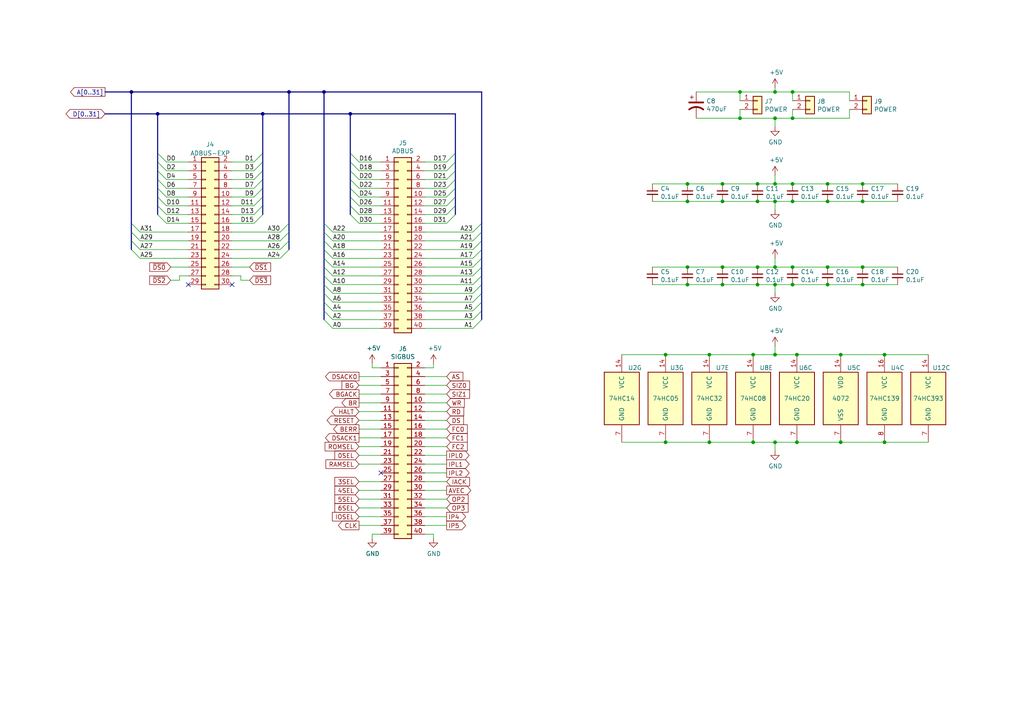
<source format=kicad_sch>
(kicad_sch (version 20211123) (generator eeschema)
  (paper "A4")
  (title_block (title "k30 SBC") (rev "1"))
  (junction (at 240.03 82.55))
  (junction (at 224.79 128.27))
  (junction (at 224.79 82.55))
  (junction (at 219.71 58.42))
  (junction (at 243.84 102.87))
  (junction (at 229.87 34.29))
  (junction (at 240.03 53.34))
  (junction (at 224.79 58.42))
  (junction (at 224.79 102.87))
  (junction (at 101.6 33.02))
  (junction (at 231.14 102.87))
  (junction (at 250.19 82.55))
  (junction (at 224.79 77.47))
  (junction (at 209.55 53.34))
  (junction (at 229.87 77.47))
  (junction (at 250.19 58.42))
  (junction (at 214.63 26.67))
  (junction (at 218.44 102.87))
  (junction (at 250.19 53.34))
  (junction (at 229.87 26.67))
  (junction (at 205.74 128.27))
  (junction (at 231.14 128.27))
  (junction (at 193.04 128.27))
  (junction (at 240.03 58.42))
  (junction (at 199.39 82.55))
  (junction (at 193.04 102.87))
  (junction (at 229.87 82.55))
  (junction (at 229.87 53.34))
  (junction (at 224.79 53.34))
  (junction (at 240.03 77.47))
  (junction (at 224.79 26.67))
  (junction (at 219.71 82.55))
  (junction (at 218.44 128.27))
  (junction (at 219.71 53.34))
  (junction (at 45.72 33.02))
  (junction (at 224.79 34.29))
  (junction (at 93.98 26.67))
  (junction (at 199.39 58.42))
  (junction (at 209.55 77.47))
  (junction (at 250.19 77.47))
  (junction (at 83.82 26.67))
  (junction (at 38.1 26.67))
  (junction (at 209.55 82.55))
  (junction (at 256.54 102.87))
  (junction (at 76.2 33.02))
  (junction (at 205.74 102.87))
  (junction (at 209.55 58.42))
  (junction (at 199.39 77.47))
  (junction (at 219.71 77.47))
  (junction (at 214.63 34.29))
  (junction (at 199.39 53.34))
  (junction (at 243.84 128.27))
  (junction (at 256.54 128.27))
  (junction (at 229.87 58.42))
  (no_connect (at 54.61 82.55))
  (no_connect (at 110.49 137.16))
  (no_connect (at 67.31 82.55))
  (bus_entry (at 40.64 67.31) (size -2.54 -2.54))
  (bus_entry (at 96.52 74.93) (size -2.54 -2.54))
  (bus_entry (at 137.16 92.71) (size 2.54 -2.54))
  (bus_entry (at 81.28 72.39) (size 2.54 -2.54))
  (bus_entry (at 129.54 54.61) (size 2.54 -2.54))
  (bus_entry (at 48.26 46.99) (size -2.54 -2.54))
  (bus_entry (at 81.28 69.85) (size 2.54 -2.54))
  (bus_entry (at 129.54 46.99) (size 2.54 -2.54))
  (bus_entry (at 137.16 69.85) (size 2.54 -2.54))
  (bus_entry (at 73.66 62.23) (size 2.54 -2.54))
  (bus_entry (at 73.66 52.07) (size 2.54 -2.54))
  (bus_entry (at 129.54 64.77) (size 2.54 -2.54))
  (bus_entry (at 137.16 85.09) (size 2.54 -2.54))
  (bus_entry (at 48.26 54.61) (size -2.54 -2.54))
  (bus_entry (at 73.66 57.15) (size 2.54 -2.54))
  (bus_entry (at 96.52 67.31) (size -2.54 -2.54))
  (bus_entry (at 104.14 57.15) (size -2.54 -2.54))
  (bus_entry (at 96.52 95.25) (size -2.54 -2.54))
  (bus_entry (at 96.52 87.63) (size -2.54 -2.54))
  (bus_entry (at 137.16 72.39) (size 2.54 -2.54))
  (bus_entry (at 129.54 59.69) (size 2.54 -2.54))
  (bus_entry (at 40.64 69.85) (size -2.54 -2.54))
  (bus_entry (at 73.66 46.99) (size 2.54 -2.54))
  (bus_entry (at 104.14 59.69) (size -2.54 -2.54))
  (bus_entry (at 73.66 59.69) (size 2.54 -2.54))
  (bus_entry (at 73.66 54.61) (size 2.54 -2.54))
  (bus_entry (at 137.16 87.63) (size 2.54 -2.54))
  (bus_entry (at 81.28 74.93) (size 2.54 -2.54))
  (bus_entry (at 48.26 52.07) (size -2.54 -2.54))
  (bus_entry (at 96.52 92.71) (size -2.54 -2.54))
  (bus_entry (at 129.54 57.15) (size 2.54 -2.54))
  (bus_entry (at 73.66 49.53) (size 2.54 -2.54))
  (bus_entry (at 96.52 90.17) (size -2.54 -2.54))
  (bus_entry (at 81.28 67.31) (size 2.54 -2.54))
  (bus_entry (at 104.14 46.99) (size -2.54 -2.54))
  (bus_entry (at 96.52 85.09) (size -2.54 -2.54))
  (bus_entry (at 96.52 69.85) (size -2.54 -2.54))
  (bus_entry (at 96.52 72.39) (size -2.54 -2.54))
  (bus_entry (at 96.52 80.01) (size -2.54 -2.54))
  (bus_entry (at 137.16 80.01) (size 2.54 -2.54))
  (bus_entry (at 48.26 57.15) (size -2.54 -2.54))
  (bus_entry (at 137.16 90.17) (size 2.54 -2.54))
  (bus_entry (at 48.26 62.23) (size -2.54 -2.54))
  (bus_entry (at 137.16 74.93) (size 2.54 -2.54))
  (bus_entry (at 137.16 95.25) (size 2.54 -2.54))
  (bus_entry (at 104.14 62.23) (size -2.54 -2.54))
  (bus_entry (at 40.64 74.93) (size -2.54 -2.54))
  (bus_entry (at 73.66 64.77) (size 2.54 -2.54))
  (bus_entry (at 48.26 64.77) (size -2.54 -2.54))
  (bus_entry (at 96.52 77.47) (size -2.54 -2.54))
  (bus_entry (at 104.14 54.61) (size -2.54 -2.54))
  (bus_entry (at 137.16 77.47) (size 2.54 -2.54))
  (bus_entry (at 48.26 49.53) (size -2.54 -2.54))
  (bus_entry (at 40.64 72.39) (size -2.54 -2.54))
  (bus_entry (at 96.52 82.55) (size -2.54 -2.54))
  (bus_entry (at 104.14 49.53) (size -2.54 -2.54))
  (bus_entry (at 137.16 67.31) (size 2.54 -2.54))
  (bus_entry (at 104.14 52.07) (size -2.54 -2.54))
  (bus_entry (at 48.26 59.69) (size -2.54 -2.54))
  (bus_entry (at 137.16 82.55) (size 2.54 -2.54))
  (bus_entry (at 104.14 64.77) (size -2.54 -2.54))
  (bus_entry (at 129.54 52.07) (size 2.54 -2.54))
  (bus_entry (at 129.54 62.23) (size 2.54 -2.54))
  (bus_entry (at 129.54 49.53) (size 2.54 -2.54))
  (wire (pts (xy 110.49 144.78) (xy 104.14 144.78)))
  (wire (pts (xy 229.87 53.34) (xy 240.03 53.34)))
  (bus (pts (xy 38.1 64.77) (xy 38.1 67.31)))
  (wire (pts (xy 218.44 128.27) (xy 224.79 128.27)))
  (wire (pts (xy 123.19 69.85) (xy 137.16 69.85)))
  (wire (pts (xy 110.49 69.85) (xy 96.52 69.85)))
  (wire (pts (xy 240.03 58.42) (xy 229.87 58.42)))
  (wire (pts (xy 123.19 85.09) (xy 137.16 85.09)))
  (wire (pts (xy 48.26 46.99) (xy 54.61 46.99)))
  (bus (pts (xy 76.2 57.15) (xy 76.2 59.69)))
  (wire (pts (xy 73.66 59.69) (xy 67.31 59.69)))
  (wire (pts (xy 137.16 95.25) (xy 123.19 95.25)))
  (bus (pts (xy 101.6 33.02) (xy 101.6 44.45)))
  (bus (pts (xy 93.98 72.39) (xy 93.98 74.93)))
  (bus (pts (xy 45.72 44.45) (xy 45.72 46.99)))
  (wire (pts (xy 137.16 87.63) (xy 123.19 87.63)))
  (wire (pts (xy 129.54 137.16) (xy 123.19 137.16)))
  (wire (pts (xy 67.31 62.23) (xy 73.66 62.23)))
  (wire (pts (xy 189.23 82.55) (xy 199.39 82.55)))
  (wire (pts (xy 129.54 64.77) (xy 123.19 64.77)))
  (wire (pts (xy 214.63 26.67) (xy 224.79 26.67)))
  (wire (pts (xy 205.74 102.87) (xy 218.44 102.87)))
  (wire (pts (xy 81.28 67.31) (xy 67.31 67.31)))
  (wire (pts (xy 54.61 62.23) (xy 48.26 62.23)))
  (bus (pts (xy 38.1 69.85) (xy 38.1 72.39)))
  (wire (pts (xy 49.53 77.47) (xy 54.61 77.47)))
  (wire (pts (xy 224.79 82.55) (xy 224.79 85.09)))
  (wire (pts (xy 123.19 119.38) (xy 129.54 119.38)))
  (wire (pts (xy 54.61 52.07) (xy 48.26 52.07)))
  (wire (pts (xy 240.03 82.55) (xy 229.87 82.55)))
  (wire (pts (xy 129.54 134.62) (xy 123.19 134.62)))
  (wire (pts (xy 224.79 53.34) (xy 229.87 53.34)))
  (bus (pts (xy 76.2 44.45) (xy 76.2 46.99)))
  (bus (pts (xy 101.6 44.45) (xy 101.6 46.99)))
  (wire (pts (xy 104.14 127) (xy 110.49 127)))
  (wire (pts (xy 224.79 77.47) (xy 229.87 77.47)))
  (wire (pts (xy 243.84 128.27) (xy 256.54 128.27)))
  (wire (pts (xy 67.31 77.47) (xy 72.39 77.47)))
  (bus (pts (xy 76.2 54.61) (xy 76.2 57.15)))
  (bus (pts (xy 139.7 26.67) (xy 139.7 64.77)))
  (wire (pts (xy 110.49 111.76) (xy 104.14 111.76)))
  (wire (pts (xy 110.49 80.01) (xy 96.52 80.01)))
  (wire (pts (xy 81.28 69.85) (xy 67.31 69.85)))
  (wire (pts (xy 199.39 58.42) (xy 189.23 58.42)))
  (bus (pts (xy 93.98 80.01) (xy 93.98 82.55)))
  (bus (pts (xy 93.98 67.31) (xy 93.98 69.85)))
  (wire (pts (xy 201.93 26.67) (xy 214.63 26.67)))
  (bus (pts (xy 83.82 26.67) (xy 38.1 26.67)))
  (wire (pts (xy 240.03 82.55) (xy 250.19 82.55)))
  (wire (pts (xy 52.07 80.01) (xy 54.61 80.01)))
  (bus (pts (xy 101.6 54.61) (xy 101.6 57.15)))
  (bus (pts (xy 139.7 90.17) (xy 139.7 92.71)))
  (wire (pts (xy 107.95 106.68) (xy 110.49 106.68)))
  (wire (pts (xy 54.61 74.93) (xy 40.64 74.93)))
  (bus (pts (xy 93.98 85.09) (xy 93.98 87.63)))
  (wire (pts (xy 224.79 102.87) (xy 231.14 102.87)))
  (bus (pts (xy 45.72 52.07) (xy 45.72 54.61)))
  (wire (pts (xy 110.49 92.71) (xy 96.52 92.71)))
  (wire (pts (xy 110.49 59.69) (xy 104.14 59.69)))
  (wire (pts (xy 246.38 34.29) (xy 246.38 31.75)))
  (wire (pts (xy 123.19 149.86) (xy 129.54 149.86)))
  (wire (pts (xy 48.26 54.61) (xy 54.61 54.61)))
  (wire (pts (xy 250.19 82.55) (xy 260.35 82.55)))
  (wire (pts (xy 104.14 46.99) (xy 110.49 46.99)))
  (wire (pts (xy 73.66 54.61) (xy 67.31 54.61)))
  (bus (pts (xy 132.08 52.07) (xy 132.08 54.61)))
  (bus (pts (xy 93.98 77.47) (xy 93.98 80.01)))
  (bus (pts (xy 93.98 26.67) (xy 93.98 64.77)))
  (wire (pts (xy 224.79 26.67) (xy 224.79 25.4)))
  (bus (pts (xy 132.08 44.45) (xy 132.08 46.99)))
  (wire (pts (xy 104.14 119.38) (xy 110.49 119.38)))
  (bus (pts (xy 93.98 64.77) (xy 93.98 67.31)))
  (bus (pts (xy 101.6 57.15) (xy 101.6 59.69)))
  (wire (pts (xy 129.54 59.69) (xy 123.19 59.69)))
  (bus (pts (xy 93.98 74.93) (xy 93.98 77.47)))
  (bus (pts (xy 139.7 72.39) (xy 139.7 74.93)))
  (bus (pts (xy 101.6 52.07) (xy 101.6 54.61)))
  (wire (pts (xy 209.55 77.47) (xy 219.71 77.47)))
  (bus (pts (xy 139.7 69.85) (xy 139.7 72.39)))
  (wire (pts (xy 123.19 114.3) (xy 129.54 114.3)))
  (wire (pts (xy 218.44 102.87) (xy 224.79 102.87)))
  (wire (pts (xy 240.03 77.47) (xy 250.19 77.47)))
  (wire (pts (xy 199.39 77.47) (xy 209.55 77.47)))
  (bus (pts (xy 83.82 64.77) (xy 83.82 67.31)))
  (wire (pts (xy 110.49 139.7) (xy 104.14 139.7)))
  (wire (pts (xy 129.54 142.24) (xy 123.19 142.24)))
  (wire (pts (xy 224.79 34.29) (xy 229.87 34.29)))
  (wire (pts (xy 52.07 81.28) (xy 52.07 80.01)))
  (wire (pts (xy 129.54 139.7) (xy 123.19 139.7)))
  (wire (pts (xy 209.55 58.42) (xy 219.71 58.42)))
  (wire (pts (xy 224.79 36.83) (xy 224.79 34.29)))
  (wire (pts (xy 54.61 59.69) (xy 48.26 59.69)))
  (bus (pts (xy 139.7 77.47) (xy 139.7 80.01)))
  (bus (pts (xy 132.08 59.69) (xy 132.08 62.23)))
  (wire (pts (xy 199.39 53.34) (xy 209.55 53.34)))
  (wire (pts (xy 129.54 46.99) (xy 123.19 46.99)))
  (wire (pts (xy 129.54 152.4) (xy 123.19 152.4)))
  (wire (pts (xy 110.49 67.31) (xy 96.52 67.31)))
  (wire (pts (xy 229.87 58.42) (xy 224.79 58.42)))
  (wire (pts (xy 104.14 132.08) (xy 110.49 132.08)))
  (wire (pts (xy 137.16 90.17) (xy 123.19 90.17)))
  (wire (pts (xy 129.54 127) (xy 123.19 127)))
  (wire (pts (xy 110.49 52.07) (xy 104.14 52.07)))
  (bus (pts (xy 101.6 33.02) (xy 132.08 33.02)))
  (bus (pts (xy 45.72 33.02) (xy 45.72 44.45)))
  (bus (pts (xy 139.7 74.93) (xy 139.7 77.47)))
  (wire (pts (xy 219.71 53.34) (xy 224.79 53.34)))
  (wire (pts (xy 110.49 72.39) (xy 96.52 72.39)))
  (bus (pts (xy 38.1 26.67) (xy 38.1 64.77)))
  (wire (pts (xy 129.54 132.08) (xy 123.19 132.08)))
  (bus (pts (xy 139.7 87.63) (xy 139.7 90.17)))
  (wire (pts (xy 137.16 80.01) (xy 123.19 80.01)))
  (bus (pts (xy 101.6 49.53) (xy 101.6 52.07)))
  (wire (pts (xy 72.39 81.28) (xy 69.85 81.28)))
  (wire (pts (xy 129.54 147.32) (xy 123.19 147.32)))
  (wire (pts (xy 229.87 34.29) (xy 246.38 34.29)))
  (wire (pts (xy 67.31 49.53) (xy 73.66 49.53)))
  (wire (pts (xy 123.19 129.54) (xy 129.54 129.54)))
  (wire (pts (xy 110.49 82.55) (xy 96.52 82.55)))
  (wire (pts (xy 189.23 77.47) (xy 199.39 77.47)))
  (wire (pts (xy 104.14 129.54) (xy 110.49 129.54)))
  (bus (pts (xy 139.7 82.55) (xy 139.7 85.09)))
  (wire (pts (xy 229.87 77.47) (xy 240.03 77.47)))
  (wire (pts (xy 224.79 58.42) (xy 219.71 58.42)))
  (bus (pts (xy 101.6 46.99) (xy 101.6 49.53)))
  (wire (pts (xy 110.49 90.17) (xy 96.52 90.17)))
  (bus (pts (xy 76.2 59.69) (xy 76.2 62.23)))
  (wire (pts (xy 123.19 57.15) (xy 129.54 57.15)))
  (wire (pts (xy 250.19 77.47) (xy 260.35 77.47)))
  (wire (pts (xy 104.14 142.24) (xy 110.49 142.24)))
  (wire (pts (xy 123.19 92.71) (xy 137.16 92.71)))
  (bus (pts (xy 76.2 33.02) (xy 45.72 33.02)))
  (bus (pts (xy 38.1 67.31) (xy 38.1 69.85)))
  (bus (pts (xy 83.82 26.67) (xy 83.82 64.77)))
  (wire (pts (xy 229.87 26.67) (xy 246.38 26.67)))
  (wire (pts (xy 104.14 54.61) (xy 110.49 54.61)))
  (wire (pts (xy 256.54 102.87) (xy 269.24 102.87)))
  (wire (pts (xy 224.79 128.27) (xy 224.79 130.81)))
  (wire (pts (xy 205.74 128.27) (xy 218.44 128.27)))
  (wire (pts (xy 129.54 116.84) (xy 123.19 116.84)))
  (bus (pts (xy 83.82 69.85) (xy 83.82 72.39)))
  (wire (pts (xy 110.49 134.62) (xy 104.14 134.62)))
  (bus (pts (xy 76.2 52.07) (xy 76.2 54.61)))
  (wire (pts (xy 73.66 64.77) (xy 67.31 64.77)))
  (wire (pts (xy 129.54 52.07) (xy 123.19 52.07)))
  (wire (pts (xy 214.63 34.29) (xy 224.79 34.29)))
  (wire (pts (xy 137.16 74.93) (xy 123.19 74.93)))
  (wire (pts (xy 54.61 57.15) (xy 48.26 57.15)))
  (wire (pts (xy 224.79 82.55) (xy 229.87 82.55)))
  (wire (pts (xy 229.87 29.21) (xy 229.87 26.67)))
  (wire (pts (xy 246.38 26.67) (xy 246.38 29.21)))
  (wire (pts (xy 209.55 82.55) (xy 199.39 82.55)))
  (bus (pts (xy 93.98 87.63) (xy 93.98 90.17)))
  (bus (pts (xy 76.2 46.99) (xy 76.2 49.53)))
  (wire (pts (xy 104.14 152.4) (xy 110.49 152.4)))
  (wire (pts (xy 54.61 67.31) (xy 40.64 67.31)))
  (wire (pts (xy 123.19 106.68) (xy 125.73 106.68)))
  (bus (pts (xy 139.7 64.77) (xy 139.7 67.31)))
  (wire (pts (xy 209.55 82.55) (xy 219.71 82.55)))
  (wire (pts (xy 54.61 72.39) (xy 40.64 72.39)))
  (wire (pts (xy 81.28 74.93) (xy 67.31 74.93)))
  (wire (pts (xy 224.79 26.67) (xy 229.87 26.67)))
  (bus (pts (xy 83.82 67.31) (xy 83.82 69.85)))
  (wire (pts (xy 219.71 82.55) (xy 224.79 82.55)))
  (wire (pts (xy 214.63 26.67) (xy 214.63 29.21)))
  (wire (pts (xy 125.73 154.94) (xy 125.73 156.21)))
  (wire (pts (xy 224.79 128.27) (xy 231.14 128.27)))
  (bus (pts (xy 139.7 85.09) (xy 139.7 87.63)))
  (wire (pts (xy 129.54 144.78) (xy 123.19 144.78)))
  (wire (pts (xy 69.85 81.28) (xy 69.85 80.01)))
  (bus (pts (xy 45.72 46.99) (xy 45.72 49.53)))
  (wire (pts (xy 110.49 62.23) (xy 104.14 62.23)))
  (wire (pts (xy 110.49 87.63) (xy 96.52 87.63)))
  (bus (pts (xy 93.98 26.67) (xy 139.7 26.67)))
  (wire (pts (xy 229.87 31.75) (xy 229.87 34.29)))
  (wire (pts (xy 54.61 69.85) (xy 40.64 69.85)))
  (wire (pts (xy 250.19 53.34) (xy 240.03 53.34)))
  (bus (pts (xy 76.2 49.53) (xy 76.2 52.07)))
  (bus (pts (xy 45.72 33.02) (xy 30.48 33.02)))
  (wire (pts (xy 125.73 106.68) (xy 125.73 105.41)))
  (wire (pts (xy 73.66 46.99) (xy 67.31 46.99)))
  (bus (pts (xy 45.72 54.61) (xy 45.72 57.15)))
  (wire (pts (xy 129.54 121.92) (xy 123.19 121.92)))
  (wire (pts (xy 54.61 49.53) (xy 48.26 49.53)))
  (wire (pts (xy 243.84 102.87) (xy 256.54 102.87)))
  (bus (pts (xy 45.72 57.15) (xy 45.72 59.69)))
  (wire (pts (xy 67.31 57.15) (xy 73.66 57.15)))
  (wire (pts (xy 231.14 102.87) (xy 243.84 102.87)))
  (wire (pts (xy 123.19 77.47) (xy 137.16 77.47)))
  (wire (pts (xy 110.49 95.25) (xy 96.52 95.25)))
  (bus (pts (xy 132.08 54.61) (xy 132.08 57.15)))
  (wire (pts (xy 193.04 102.87) (xy 205.74 102.87)))
  (wire (pts (xy 137.16 82.55) (xy 123.19 82.55)))
  (wire (pts (xy 214.63 34.29) (xy 214.63 31.75)))
  (wire (pts (xy 231.14 128.27) (xy 243.84 128.27)))
  (wire (pts (xy 224.79 102.87) (xy 224.79 100.33)))
  (wire (pts (xy 224.79 58.42) (xy 224.79 60.96)))
  (wire (pts (xy 256.54 128.27) (xy 269.24 128.27)))
  (wire (pts (xy 67.31 72.39) (xy 81.28 72.39)))
  (wire (pts (xy 123.19 49.53) (xy 129.54 49.53)))
  (bus (pts (xy 132.08 33.02) (xy 132.08 44.45)))
  (wire (pts (xy 104.14 147.32) (xy 110.49 147.32)))
  (wire (pts (xy 110.49 124.46) (xy 104.14 124.46)))
  (wire (pts (xy 104.14 114.3) (xy 110.49 114.3)))
  (wire (pts (xy 224.79 50.8) (xy 224.79 53.34)))
  (wire (pts (xy 224.79 74.93) (xy 224.79 77.47)))
  (wire (pts (xy 107.95 105.41) (xy 107.95 106.68)))
  (bus (pts (xy 45.72 49.53) (xy 45.72 52.07)))
  (bus (pts (xy 132.08 57.15) (xy 132.08 59.69)))
  (bus (pts (xy 139.7 80.01) (xy 139.7 82.55)))
  (bus (pts (xy 93.98 69.85) (xy 93.98 72.39)))
  (wire (pts (xy 123.19 154.94) (xy 125.73 154.94)))
  (wire (pts (xy 137.16 67.31) (xy 123.19 67.31)))
  (wire (pts (xy 49.53 81.28) (xy 52.07 81.28)))
  (wire (pts (xy 110.49 154.94) (xy 107.95 154.94)))
  (wire (pts (xy 189.23 53.34) (xy 199.39 53.34)))
  (wire (pts (xy 107.95 154.94) (xy 107.95 156.21)))
  (wire (pts (xy 129.54 54.61) (xy 123.19 54.61)))
  (wire (pts (xy 201.93 34.29) (xy 214.63 34.29)))
  (wire (pts (xy 180.34 128.27) (xy 193.04 128.27)))
  (wire (pts (xy 110.49 77.47) (xy 96.52 77.47)))
  (wire (pts (xy 240.03 58.42) (xy 250.19 58.42)))
  (wire (pts (xy 110.49 149.86) (xy 104.14 149.86)))
  (bus (pts (xy 132.08 49.53) (xy 132.08 52.07)))
  (wire (pts (xy 69.85 80.01) (xy 67.31 80.01)))
  (wire (pts (xy 123.19 111.76) (xy 129.54 111.76)))
  (wire (pts (xy 73.66 52.07) (xy 67.31 52.07)))
  (bus (pts (xy 93.98 26.67) (xy 83.82 26.67)))
  (wire (pts (xy 104.14 121.92) (xy 110.49 121.92)))
  (wire (pts (xy 110.49 57.15) (xy 104.14 57.15)))
  (wire (pts (xy 137.16 72.39) (xy 123.19 72.39)))
  (wire (pts (xy 180.34 102.87) (xy 193.04 102.87)))
  (bus (pts (xy 132.08 46.99) (xy 132.08 49.53)))
  (bus (pts (xy 93.98 90.17) (xy 93.98 92.71)))
  (wire (pts (xy 123.19 62.23) (xy 129.54 62.23)))
  (wire (pts (xy 104.14 109.22) (xy 110.49 109.22)))
  (wire (pts (xy 250.19 58.42) (xy 260.35 58.42)))
  (bus (pts (xy 76.2 33.02) (xy 76.2 44.45)))
  (wire (pts (xy 110.49 49.53) (xy 104.14 49.53)))
  (wire (pts (xy 193.04 128.27) (xy 205.74 128.27)))
  (wire (pts (xy 110.49 64.77) (xy 104.14 64.77)))
  (wire (pts (xy 110.49 116.84) (xy 104.14 116.84)))
  (bus (pts (xy 38.1 26.67) (xy 30.48 26.67)))
  (wire (pts (xy 110.49 74.93) (xy 96.52 74.93)))
  (wire (pts (xy 209.55 58.42) (xy 199.39 58.42)))
  (wire (pts (xy 123.19 109.22) (xy 129.54 109.22)))
  (wire (pts (xy 54.61 64.77) (xy 48.26 64.77)))
  (bus (pts (xy 101.6 59.69) (xy 101.6 62.23)))
  (wire (pts (xy 209.55 53.34) (xy 219.71 53.34)))
  (bus (pts (xy 101.6 33.02) (xy 76.2 33.02)))
  (bus (pts (xy 93.98 82.55) (xy 93.98 85.09)))
  (wire (pts (xy 260.35 53.34) (xy 250.19 53.34)))
  (bus (pts (xy 45.72 59.69) (xy 45.72 62.23)))
  (bus (pts (xy 139.7 67.31) (xy 139.7 69.85)))
  (wire (pts (xy 110.49 85.09) (xy 96.52 85.09)))
  (wire (pts (xy 219.71 77.47) (xy 224.79 77.47)))
  (wire (pts (xy 129.54 124.46) (xy 123.19 124.46)))
  (label "D2" (at 48.26 49.53 0))
  (label "A6" (at 96.52 87.63 0))
  (label "A23" (at 137.16 67.31 180))
  (label "A17" (at 137.16 74.93 180))
  (label "A1" (at 137.16 95.25 180))
  (label "A22" (at 96.52 67.31 0))
  (label "D22" (at 104.14 54.61 0))
  (label "A28" (at 81.28 69.85 180))
  (label "D25" (at 129.54 57.15 180))
  (label "D30" (at 104.14 64.77 0))
  (label "D12" (at 48.26 62.23 0))
  (label "D4" (at 48.26 52.07 0))
  (label "A30" (at 81.28 67.31 180))
  (label "A15" (at 137.16 77.47 180))
  (label "A31" (at 40.64 67.31 0))
  (label "D9" (at 73.66 57.15 180))
  (label "A7" (at 137.16 87.63 180))
  (label "D31" (at 129.54 64.77 180))
  (label "A27" (at 40.64 72.39 0))
  (label "A8" (at 96.52 85.09 0))
  (label "D6" (at 48.26 54.61 0))
  (label "A3" (at 137.16 92.71 180))
  (label "D23" (at 129.54 54.61 180))
  (label "D3" (at 73.66 49.53 180))
  (label "D28" (at 104.14 62.23 0))
  (label "D18" (at 104.14 49.53 0))
  (label "D20" (at 104.14 52.07 0))
  (label "A13" (at 137.16 80.01 180))
  (label "D27" (at 129.54 59.69 180))
  (label "D13" (at 73.66 62.23 180))
  (label "D14" (at 48.26 64.77 0))
  (label "D17" (at 129.54 46.99 180))
  (label "D8" (at 48.26 57.15 0))
  (label "A5" (at 137.16 90.17 180))
  (label "D11" (at 73.66 59.69 180))
  (label "D10" (at 48.26 59.69 0))
  (label "D29" (at 129.54 62.23 180))
  (label "A4" (at 96.52 90.17 0))
  (label "D7" (at 73.66 54.61 180))
  (label "D5" (at 73.66 52.07 180))
  (label "A19" (at 137.16 72.39 180))
  (label "A14" (at 96.52 77.47 0))
  (label "A0" (at 96.52 95.25 0))
  (label "D26" (at 104.14 59.69 0))
  (label "A11" (at 137.16 82.55 180))
  (label "D0" (at 48.26 46.99 0))
  (label "A9" (at 137.16 85.09 180))
  (label "A24" (at 81.28 74.93 180))
  (label "D21" (at 129.54 52.07 180))
  (label "A25" (at 40.64 74.93 0))
  (label "A26" (at 81.28 72.39 180))
  (label "D16" (at 104.14 46.99 0))
  (label "A2" (at 96.52 92.71 0))
  (label "A20" (at 96.52 69.85 0))
  (label "A18" (at 96.52 72.39 0))
  (label "D24" (at 104.14 57.15 0))
  (label "D15" (at 73.66 64.77 180))
  (label "A21" (at 137.16 69.85 180))
  (label "A12" (at 96.52 80.01 0))
  (label "A10" (at 96.52 82.55 0))
  (label "D1" (at 73.66 46.99 180))
  (label "A16" (at 96.52 74.93 0))
  (label "D19" (at 129.54 49.53 180))
  (label "A29" (at 40.64 69.85 0))
  (global_label "6SEL" (shape input) (at 104.14 147.32 180) (property "Intersheet References" "${INTERSHEET_REFS}" (effects hide)))
  (global_label "~{DS1}" (shape input) (at 72.39 77.47 0) (property "Intersheet References" "${INTERSHEET_REFS}" (effects hide)))
  (global_label "AVEC" (shape output) (at 129.54 142.24 0) (property "Intersheet References" "${INTERSHEET_REFS}" (effects hide)))
  (global_label "IPL1" (shape output) (at 129.54 134.62 0) (property "Intersheet References" "${INTERSHEET_REFS}" (effects hide)))
  (global_label "BR" (shape output) (at 104.14 116.84 180) (property "Intersheet References" "${INTERSHEET_REFS}" (effects hide)))
  (global_label "SIZ1" (shape input) (at 129.54 114.3 0) (property "Intersheet References" "${INTERSHEET_REFS}" (effects hide)))
  (global_label "CLK" (shape output) (at 104.14 152.4 180) (property "Intersheet References" "${INTERSHEET_REFS}" (effects hide)))
  (global_label "FC0" (shape input) (at 129.54 124.46 0) (property "Intersheet References" "${INTERSHEET_REFS}" (effects hide)))
  (global_label "SIZ0" (shape input) (at 129.54 111.76 0) (property "Intersheet References" "${INTERSHEET_REFS}" (effects hide)))
  (global_label "4SEL" (shape input) (at 104.14 142.24 180) (property "Intersheet References" "${INTERSHEET_REFS}" (effects hide)))
  (global_label "FC1" (shape input) (at 129.54 127 0) (property "Intersheet References" "${INTERSHEET_REFS}" (effects hide)))
  (global_label "ROMSEL" (shape input) (at 104.14 129.54 180) (property "Intersheet References" "${INTERSHEET_REFS}" (effects hide)))
  (global_label "3SEL" (shape input) (at 104.14 139.7 180) (property "Intersheet References" "${INTERSHEET_REFS}" (effects hide)))
  (global_label "DS" (shape input) (at 129.54 121.92 0) (property "Intersheet References" "${INTERSHEET_REFS}" (effects hide)))
  (global_label "5SEL" (shape input) (at 104.14 144.78 180) (property "Intersheet References" "${INTERSHEET_REFS}" (effects hide)))
  (global_label "DSACK0" (shape output) (at 104.14 109.22 180) (property "Intersheet References" "${INTERSHEET_REFS}" (effects hide)))
  (global_label "WR" (shape input) (at 129.54 116.84 0) (property "Intersheet References" "${INTERSHEET_REFS}" (effects hide)))
  (global_label "IACK" (shape input) (at 129.54 139.7 0) (property "Intersheet References" "${INTERSHEET_REFS}" (effects hide)))
  (global_label "A[0..31]" (shape output) (at 30.48 26.67 180) (property "Intersheet References" "${INTERSHEET_REFS}" (effects hide)))
  (global_label "BG" (shape input) (at 104.14 111.76 180) (property "Intersheet References" "${INTERSHEET_REFS}" (effects hide)))
  (global_label "OP3" (shape input) (at 129.54 147.32 0) (property "Intersheet References" "${INTERSHEET_REFS}" (effects hide)))
  (global_label "~{DS0}" (shape input) (at 49.53 77.47 180) (property "Intersheet References" "${INTERSHEET_REFS}" (effects hide)))
  (global_label "0SEL" (shape input) (at 104.14 132.08 180) (property "Intersheet References" "${INTERSHEET_REFS}" (effects hide)))
  (global_label "AS" (shape input) (at 129.54 109.22 0) (property "Intersheet References" "${INTERSHEET_REFS}" (effects hide)))
  (global_label "BERR" (shape output) (at 104.14 124.46 180) (property "Intersheet References" "${INTERSHEET_REFS}" (effects hide)))
  (global_label "D[0..31]" (shape bidirectional) (at 30.48 33.02 180) (property "Intersheet References" "${INTERSHEET_REFS}" (effects hide)))
  (global_label "OP2" (shape input) (at 129.54 144.78 0) (property "Intersheet References" "${INTERSHEET_REFS}" (effects hide)))
  (global_label "BGACK" (shape output) (at 104.14 114.3 180) (property "Intersheet References" "${INTERSHEET_REFS}" (effects hide)))
  (global_label "~{DS3}" (shape input) (at 72.39 81.28 0) (property "Intersheet References" "${INTERSHEET_REFS}" (effects hide)))
  (global_label "RD" (shape input) (at 129.54 119.38 0) (property "Intersheet References" "${INTERSHEET_REFS}" (effects hide)))
  (global_label "IP4" (shape output) (at 129.54 149.86 0) (property "Intersheet References" "${INTERSHEET_REFS}" (effects hide)))
  (global_label "FC2" (shape input) (at 129.54 129.54 0) (property "Intersheet References" "${INTERSHEET_REFS}" (effects hide)))
  (global_label "HALT" (shape bidirectional) (at 104.14 119.38 180) (property "Intersheet References" "${INTERSHEET_REFS}" (effects hide)))
  (global_label "IPL2" (shape output) (at 129.54 137.16 0) (property "Intersheet References" "${INTERSHEET_REFS}" (effects hide)))
  (global_label "RESET" (shape bidirectional) (at 104.14 121.92 180) (property "Intersheet References" "${INTERSHEET_REFS}" (effects hide)))
  (global_label "DSACK1" (shape output) (at 104.14 127 180) (property "Intersheet References" "${INTERSHEET_REFS}" (effects hide)))
  (global_label "IP5" (shape output) (at 129.54 152.4 0) (property "Intersheet References" "${INTERSHEET_REFS}" (effects hide)))
  (global_label "~{DS2}" (shape input) (at 49.53 81.28 180) (property "Intersheet References" "${INTERSHEET_REFS}" (effects hide)))
  (global_label "IOSEL" (shape input) (at 104.14 149.86 180) (property "Intersheet References" "${INTERSHEET_REFS}" (effects hide)))
  (global_label "RAMSEL" (shape input) (at 104.14 134.62 180) (property "Intersheet References" "${INTERSHEET_REFS}" (effects hide)))
  (global_label "IPL0" (shape output) (at 129.54 132.08 0) (property "Intersheet References" "${INTERSHEET_REFS}" (effects hide)))
  (symbol (lib_id "power:GND") (at 107.95 156.21 0) (unit 1)
    (property "Reference" "#PWR039" (effects hide))
    (property "Value" "GND" (at 108.077 160.6042 0))
  )
  (symbol (lib_id "power:+5V") (at 107.95 105.41 0) (unit 1)
    (property "Reference" "#PWR038" (effects hide))
    (property "Value" "+5V" (at 108.331 101.0158 0))
  )
  (symbol (lib_id "Connector_Generic:Conn_02x20_Odd_Even") (at 115.57 69.85 0) (unit 1)
    (property "Reference" "J5" (at 116.84 41.4782 0))
    (property "Value" "ADBUS" (at 116.84 43.7896 0))
    (property "Footprint" "Connector_PinHeader_2.54mm:PinHeader_2x20_P2.54mm_Vertical" (effects hide))
  )
  (symbol (lib_id "Connector_Generic:Conn_02x20_Odd_Even") (at 115.57 129.54 0) (unit 1)
    (property "Reference" "J6" (at 116.84 101.1682 0))
    (property "Value" "SIGBUS" (at 116.84 103.4796 0))
    (property "Footprint" "Connector_PinHeader_2.54mm:PinHeader_2x20_P2.54mm_Vertical" (effects hide))
  )
  (symbol (lib_id "power:+5V") (at 125.73 105.41 0) (unit 1)
    (property "Reference" "#PWR040" (effects hide))
    (property "Value" "+5V" (at 126.111 101.0158 0))
  )
  (symbol (lib_id "power:GND") (at 125.73 156.21 0) (unit 1)
    (property "Reference" "#PWR041" (effects hide))
    (property "Value" "GND" (at 125.857 160.6042 0))
  )
  (symbol (lib_id "Connector_Generic:Conn_01x02") (at 234.95 29.21 0) (unit 1)
    (property "Reference" "J8" (at 236.982 29.4132 0) (effects (justify left)))
    (property "Value" "POWER" (at 236.982 31.7246 0) (effects (justify left)))
    (property "Footprint" "Connector_PinHeader_2.54mm:PinHeader_1x02_P2.54mm_Vertical" (effects hide))
  )
  (symbol (lib_id "Connector_Generic:Conn_01x02") (at 251.46 29.21 0) (unit 1)
    (property "Reference" "J9" (at 253.492 29.4132 0) (effects (justify left)))
    (property "Value" "POWER" (at 253.492 31.7246 0) (effects (justify left)))
    (property "Footprint" "Connector_PinHeader_2.54mm:PinHeader_1x02_P2.54mm_Vertical" (effects hide))
  )
  (symbol (lib_id "Connector_Generic:Conn_02x15_Odd_Even") (at 59.69 64.77 0) (unit 1)
    (property "Reference" "J4" (at 60.96 41.91 0))
    (property "Value" "ADBUS-EXP" (at 60.96 44.45 0))
    (property "Footprint" "Connector_PinHeader_2.54mm:PinHeader_2x15_P2.54mm_Vertical" (effects hide))
  )
  (symbol (lib_id "Device:C_Small") (at 250.19 55.88 0) (unit 1)
    (property "Reference" "C17" (at 252.5268 54.7116 0) (effects (justify left)))
    (property "Value" "0.1uF" (at 252.5268 57.023 0) (effects (justify left)))
    (property "Footprint" "Capacitor_THT:C_Disc_D3.0mm_W2.0mm_P2.50mm" (effects hide))
  )
  (symbol (lib_id "Device:C_Small") (at 260.35 55.88 0) (unit 1)
    (property "Reference" "C19" (at 262.6868 54.7116 0) (effects (justify left)))
    (property "Value" "0.1uF" (at 262.6868 57.023 0) (effects (justify left)))
    (property "Footprint" "Capacitor_THT:C_Disc_D3.0mm_W2.0mm_P2.50mm" (effects hide))
  )
  (symbol (lib_id "Device:C_Small") (at 250.19 80.01 0) (unit 1)
    (property "Reference" "C18" (at 252.5268 78.8416 0) (effects (justify left)))
    (property "Value" "0.1uF" (at 252.5268 81.153 0) (effects (justify left)))
    (property "Footprint" "Capacitor_THT:C_Disc_D3.0mm_W2.0mm_P2.50mm" (effects hide))
  )
  (symbol (lib_id "Device:C_Small") (at 260.35 80.01 0) (unit 1)
    (property "Reference" "C20" (at 262.6868 78.8416 0) (effects (justify left)))
    (property "Value" "0.1uF" (at 262.6868 81.153 0) (effects (justify left)))
    (property "Footprint" "Capacitor_THT:C_Disc_D3.0mm_W2.0mm_P2.50mm" (effects hide))
  )
  (symbol (lib_id "74xx:74LS20") (at 231.14 115.57 0) (unit 3)
    (property "Reference" "U6" (at 233.68 106.68 0))
    (property "Value" "74HC20" (at 231.14 115.57 0))
    (property "Footprint" "Package_SO:TSSOP-14_4.4x5mm_P0.65mm" (effects hide))
    (property "Datasheet" "http://www.ti.com/lit/gpn/sn74LS20" (effects hide))
  )
  (symbol (lib_id "74xx:74LS139") (at 256.54 115.57 0) (unit 3)
    (property "Reference" "U4" (at 260.35 106.68 0))
    (property "Value" "74HC139" (at 256.54 115.57 0))
    (property "Footprint" "Package_SO:TSSOP-16_4.4x5mm_P0.65mm" (effects hide))
    (property "Datasheet" "http://www.ti.com/lit/ds/symlink/sn74ls139a.pdf" (effects hide))
  )
  (symbol (lib_id "4xxx:4072") (at 243.84 115.57 0) (unit 3)
    (property "Reference" "U5" (at 247.65 106.68 0))
    (property "Value" "4072" (at 243.84 115.57 0))
    (property "Footprint" "Package_SO:TSSOP-14_4.4x5mm_P0.65mm" (effects hide))
    (property "Datasheet" "http://www.intersil.com/content/dam/Intersil/documents/cd40/cd4071bms-72bms-75bms.pdf" (effects hide))
  )
  (symbol (lib_id "74xx:74LS393") (at 269.24 115.57 0) (unit 3)
    (property "Reference" "U12" (at 273.05 106.68 0))
    (property "Value" "74HC393" (at 269.24 115.57 0))
    (property "Footprint" "Package_SO:TSSOP-14_4.4x5mm_P0.65mm" (effects hide))
    (property "Datasheet" "74xx\\74LS393.pdf" (effects hide))
  )
  (symbol (lib_id "74xx:74LS08") (at 218.44 115.57 0) (unit 5)
    (property "Reference" "U8" (at 222.25 106.68 0))
    (property "Value" "74HC08" (at 218.44 115.57 0))
    (property "Footprint" "Package_SO:TSSOP-14_4.4x5mm_P0.65mm" (effects hide))
    (property "Datasheet" "http://www.ti.com/lit/gpn/sn74LS08" (effects hide))
  )
  (symbol (lib_id "Device:C_Small") (at 189.23 80.01 0) (unit 1)
    (property "Reference" "C5" (at 191.5668 78.8416 0) (effects (justify left)))
    (property "Value" "0.1uF" (at 191.5668 81.153 0) (effects (justify left)))
    (property "Footprint" "Capacitor_THT:C_Disc_D3.0mm_W2.0mm_P2.50mm" (effects hide))
  )
  (symbol (lib_id "74xx:74LS05") (at 193.04 115.57 0) (unit 7)
    (property "Reference" "U3" (at 194.31 106.68 0) (effects (justify left)))
    (property "Value" "74HC05" (at 189.23 115.57 0) (effects (justify left)))
    (property "Footprint" "Package_SO:TSSOP-14_4.4x5mm_P0.65mm" (effects hide))
    (property "Datasheet" "http://www.ti.com/lit/gpn/sn74LS05" (effects hide))
  )
  (symbol (lib_id "power:GND") (at 224.79 130.81 0) (unit 1)
    (property "Reference" "#PWR049" (effects hide))
    (property "Value" "GND" (at 224.917 135.2042 0))
  )
  (symbol (lib_id "74xx:74HC14") (at 180.34 115.57 0) (unit 7)
    (property "Reference" "U2" (at 184.15 106.68 0))
    (property "Value" "74HC14" (at 180.34 115.57 0))
    (property "Footprint" "Package_SO:TSSOP-14_4.4x5mm_P0.65mm" (effects hide))
    (property "Datasheet" "http://www.ti.com/lit/gpn/sn74HC14" (effects hide))
  )
  (symbol (lib_id "power:+5V") (at 224.79 100.33 0) (unit 1)
    (property "Reference" "#PWR048" (effects hide))
    (property "Value" "+5V" (at 225.171 95.9358 0))
  )
  (symbol (lib_id "power:GND") (at 224.79 60.96 0) (unit 1)
    (property "Reference" "#PWR045" (effects hide))
    (property "Value" "GND" (at 224.917 65.3542 0))
  )
  (symbol (lib_id "power:+5V") (at 224.79 50.8 0) (unit 1)
    (property "Reference" "#PWR044" (effects hide))
    (property "Value" "+5V" (at 225.171 46.4058 0))
  )
  (symbol (lib_id "Device:C_Small") (at 219.71 55.88 0) (unit 1)
    (property "Reference" "C11" (at 222.0468 54.7116 0) (effects (justify left)))
    (property "Value" "0.1uF" (at 222.0468 57.023 0) (effects (justify left)))
    (property "Footprint" "Capacitor_THT:C_Disc_D3.0mm_W2.0mm_P2.50mm" (effects hide))
  )
  (symbol (lib_id "Device:C_Small") (at 209.55 55.88 0) (unit 1)
    (property "Reference" "C9" (at 211.8868 54.7116 0) (effects (justify left)))
    (property "Value" "0.1uF" (at 211.8868 57.023 0) (effects (justify left)))
    (property "Footprint" "Capacitor_THT:C_Disc_D3.0mm_W2.0mm_P2.50mm" (effects hide))
  )
  (symbol (lib_id "Device:C_Small") (at 199.39 55.88 0) (unit 1)
    (property "Reference" "C6" (at 201.7268 54.7116 0) (effects (justify left)))
    (property "Value" "0.1uF" (at 201.7268 57.023 0) (effects (justify left)))
    (property "Footprint" "Capacitor_THT:C_Disc_D3.0mm_W2.0mm_P2.50mm" (effects hide))
  )
  (symbol (lib_id "power:+5V") (at 224.79 74.93 0) (unit 1)
    (property "Reference" "#PWR046" (effects hide))
    (property "Value" "+5V" (at 225.171 70.5358 0))
  )
  (symbol (lib_id "power:GND") (at 224.79 85.09 0) (unit 1)
    (property "Reference" "#PWR047" (effects hide))
    (property "Value" "GND" (at 224.917 89.4842 0))
  )
  (symbol (lib_id "Device:C_Small") (at 189.23 55.88 0) (unit 1)
    (property "Reference" "C4" (at 191.5668 54.7116 0) (effects (justify left)))
    (property "Value" "0.1uF" (at 191.5668 57.023 0) (effects (justify left)))
    (property "Footprint" "Capacitor_THT:C_Disc_D3.0mm_W2.0mm_P2.50mm" (effects hide))
  )
  (symbol (lib_id "Device:C_Small") (at 229.87 55.88 0) (unit 1)
    (property "Reference" "C13" (at 232.2068 54.7116 0) (effects (justify left)))
    (property "Value" "0.1uF" (at 232.2068 57.023 0) (effects (justify left)))
    (property "Footprint" "Capacitor_THT:C_Disc_D3.0mm_W2.0mm_P2.50mm" (effects hide))
  )
  (symbol (lib_id "Device:C_Small") (at 240.03 80.01 0) (unit 1)
    (property "Reference" "C16" (at 242.3668 78.8416 0) (effects (justify left)))
    (property "Value" "0.1uF" (at 242.3668 81.153 0) (effects (justify left)))
    (property "Footprint" "Capacitor_THT:C_Disc_D3.0mm_W2.0mm_P2.50mm" (effects hide))
  )
  (symbol (lib_id "Device:C_Small") (at 229.87 80.01 0) (unit 1)
    (property "Reference" "C14" (at 232.2068 78.8416 0) (effects (justify left)))
    (property "Value" "0.1uF" (at 232.2068 81.153 0) (effects (justify left)))
    (property "Footprint" "Capacitor_THT:C_Disc_D3.0mm_W2.0mm_P2.50mm" (effects hide))
  )
  (symbol (lib_id "Device:C_Small") (at 219.71 80.01 0) (unit 1)
    (property "Reference" "C12" (at 222.0468 78.8416 0) (effects (justify left)))
    (property "Value" "0.1uF" (at 222.0468 81.153 0) (effects (justify left)))
    (property "Footprint" "Capacitor_THT:C_Disc_D3.0mm_W2.0mm_P2.50mm" (effects hide))
  )
  (symbol (lib_id "Device:C_Small") (at 209.55 80.01 0) (unit 1)
    (property "Reference" "C10" (at 211.8868 78.8416 0) (effects (justify left)))
    (property "Value" "0.1uF" (at 211.8868 81.153 0) (effects (justify left)))
    (property "Footprint" "Capacitor_THT:C_Disc_D3.0mm_W2.0mm_P2.50mm" (effects hide))
  )
  (symbol (lib_id "Device:C_Small") (at 199.39 80.01 0) (unit 1)
    (property "Reference" "C7" (at 201.7268 78.8416 0) (effects (justify left)))
    (property "Value" "0.1uF" (at 201.7268 81.153 0) (effects (justify left)))
    (property "Footprint" "Capacitor_THT:C_Disc_D3.0mm_W2.0mm_P2.50mm" (effects hide))
  )
  (symbol (lib_id "power:+5V") (at 224.79 25.4 0) (unit 1)
    (property "Reference" "#PWR042" (effects hide))
    (property "Value" "+5V" (at 225.171 21.0058 0))
  )
  (symbol (lib_id "power:GND") (at 224.79 36.83 0) (unit 1)
    (property "Reference" "#PWR043" (effects hide))
    (property "Value" "GND" (at 224.917 41.2242 0))
  )
  (symbol (lib_id "Device:C_Polarized_US") (at 201.93 30.48 0) (unit 1)
    (property "Reference" "C8" (at 204.851 29.3116 0) (effects (justify left)))
    (property "Value" "470uF" (at 204.851 31.623 0) (effects (justify left)))
    (property "Footprint" "Capacitor_THT:CP_Radial_D8.0mm_P5.00mm" (effects hide))
  )
  (symbol (lib_id "Device:C_Small") (at 240.03 55.88 0) (unit 1)
    (property "Reference" "C15" (at 242.3668 54.7116 0) (effects (justify left)))
    (property "Value" "0.1uF" (at 242.3668 57.023 0) (effects (justify left)))
    (property "Footprint" "Capacitor_THT:C_Disc_D3.0mm_W2.0mm_P2.50mm" (effects hide))
  )
  (symbol (lib_id "Connector_Generic:Conn_01x02") (at 219.71 29.21 0) (unit 1)
    (property "Reference" "J7" (at 221.742 29.4132 0) (effects (justify left)))
    (property "Value" "POWER" (at 221.742 31.7246 0) (effects (justify left)))
    (property "Footprint" "Connector_PinHeader_2.54mm:PinHeader_1x02_P2.54mm_Vertical" (effects hide))
  )
  (symbol (lib_id "74xx:74LS32") (at 205.74 115.57 0) (unit 5)
    (property "Reference" "U7" (at 209.55 106.68 0))
    (property "Value" "74HC32" (at 205.74 115.57 0))
    (property "Footprint" "Package_SO:TSSOP-14_4.4x5mm_P0.65mm" (effects hide))
    (property "Datasheet" "http://www.ti.com/lit/gpn/sn74LS32" (effects hide))
  )
)
</source>
